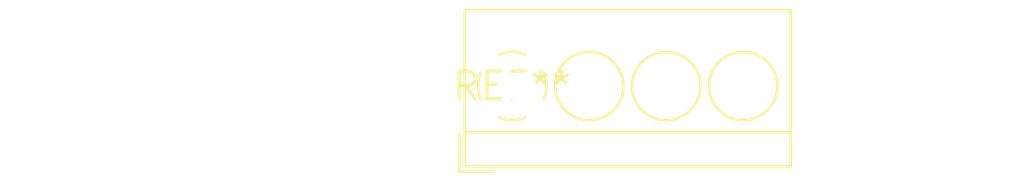
<source format=kicad_pcb>
(kicad_pcb (version 20240108) (generator pcbnew)
  (layers (0 "F.Cu" signal) (31 "B.Cu" signal) (34 "B.Paste" user) (35 "F.Paste" user) (36 "B.SilkS" user "B.Silkscreen") (37 "F.SilkS" user "F.Silkscreen") (38 "B.Mask" user) (39 "F.Mask" user) (44 "Edge.Cuts" user))
  (net 0 "")
  (footprint "TerminalBlock_4Ucon_1x04_P3.50mm_Horizontal" (layer "F.Cu") (at 0 0)
    (property "Reference" "REF**")
    (property "Value" "TerminalBlock_4Ucon_1x04_P3.50mm_Horizontal")
    (fp_line (start -2.4 2.16) (end -2.4 3.9) (layer "F.SilkS") (stroke (width 0.12)))
    (fp_line (start -2.4 3.9) (end -0.9 3.9) (layer "F.SilkS") (stroke (width 0.12)))
    (fp_line (start -2.16 -3.46) (end -2.16 3.66) (layer "F.SilkS") (stroke (width 0.12)))
    (fp_line (start -2.16 -3.46) (end 12.66 -3.46) (layer "F.SilkS") (stroke (width 0.12)))
    (fp_line (start -2.16 2.1) (end 12.66 2.1) (layer "F.SilkS") (stroke (width 0.12)))
    (fp_line (start -2.16 3.66) (end 12.66 3.66) (layer "F.SilkS") (stroke (width 0.12)))
    (fp_line (start 12.66 -3.46) (end 12.66 3.66) (layer "F.SilkS") (stroke (width 0.12)))
    (fp_arc (start -1.432109 0.607742) (mid -1.555727 -0.00014) (end -1.432 -0.608) (layer "F.SilkS") (stroke (width 0.12)))
    (fp_arc (start -0.607742 -1.432109) (mid 0.00014 -1.555727) (end 0.608 -1.432) (layer "F.SilkS") (stroke (width 0.12)))
    (fp_arc (start 0.027011 1.555493) (mid -0.296984 1.527118) (end -0.608 1.432) (layer "F.SilkS") (stroke (width 0.12)))
    (fp_arc (start 0.607587 1.431385) (mid 0.310017 1.523783) (end 0 1.555) (layer "F.SilkS") (stroke (width 0.12)))
    (fp_arc (start 1.432109 -0.607742) (mid 1.555727 0.00014) (end 1.432 0.608) (layer "F.SilkS") (stroke (width 0.12)))
    (fp_circle (center 3.5 0) (end 5.055 0) (layer "F.SilkS") (stroke (width 0.12)) (fill none))
    (fp_circle (center 7 0) (end 8.555 0) (layer "F.SilkS") (stroke (width 0.12)) (fill none))
    (fp_circle (center 10.5 0) (end 12.055 0) (layer "F.SilkS") (stroke (width 0.12)) (fill none))
    (pad "1" thru_hole rect (at 0 0) (size 2.4 2.4) (drill 1.2) (layers *.Cu *.Mask) (remove_unused_layers))
    (pad "2" thru_hole circle (at 3.5 0) (size 2.4 2.4) (drill 1.2) (layers *.Cu *.Mask) (remove_unused_layers))
    (pad "3" thru_hole circle (at 7 0) (size 2.4 2.4) (drill 1.2) (layers *.Cu *.Mask) (remove_unused_layers))
    (pad "4" thru_hole circle (at 10.5 0) (size 2.4 2.4) (drill 1.2) (layers *.Cu *.Mask) (remove_unused_layers))
  )
)
</source>
